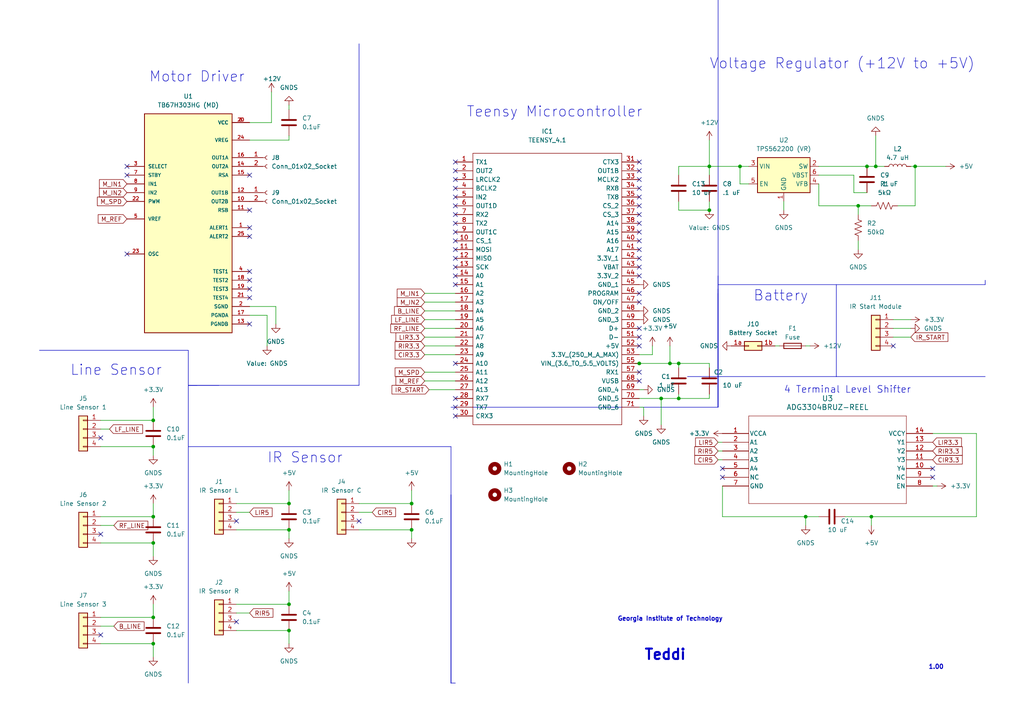
<source format=kicad_sch>
(kicad_sch (version 20230121) (generator eeschema)
  (paper "A4")
  (lib_symbols
    (symbol "Connector:Conn_01x02_Socket" (pin_names (offset 1.016) hide)
      (property "Reference" "J" (at 0 2.54 0))
      (property "Value" "Conn_01x02_Socket" (at 0 -5.08 0))
      (symbol "Conn_01x02_Socket_1_1"
        (arc (start 0 -2.032) (mid -0.5058 -2.54) (end 0 -3.048) (stroke (width 0.1524)))
        (polyline (pts (xy -1.27 -2.54) (xy -0.508 -2.54)) (stroke (width 0.1524)))
        (polyline (pts (xy -1.27 0) (xy -0.508 0)) (stroke (width 0.1524)))
        (arc (start 0 0.508) (mid -0.5058 0) (end 0 -0.508) (stroke (width 0.1524)))
        (pin passive line (at -5.08 0 0) (length 3.81) (name "Pin_1") (number "1"))
        (pin passive line (at -5.08 -2.54 0) (length 3.81) (name "Pin_2") (number "2"))
      )
    )
    (symbol "Connector_Generic:Conn_01x04" (pin_names (offset 1.016) hide)
      (property "Reference" "J" (at 0 5.08 0))
      (property "Value" "Conn_01x04" (at 0 -7.62 0))
      (symbol "Conn_01x04_1_1"
        (rectangle (start -1.27 -4.953) (end 0 -5.207) (stroke (width 0.1524)))
        (rectangle (start -1.27 -2.413) (end 0 -2.667) (stroke (width 0.1524)))
        (rectangle (start -1.27 0.127) (end 0 -0.127) (stroke (width 0.1524)))
        (rectangle (start -1.27 2.667) (end 0 2.413) (stroke (width 0.1524)))
        (rectangle (start -1.27 3.81) (end 1.27 -6.35) (stroke (width 0.254)) (fill (type background)))
        (pin passive line (at -5.08 2.54 0) (length 3.81) (name "Pin_1") (number "1"))
        (pin passive line (at -5.08 0 0) (length 3.81) (name "Pin_2") (number "2"))
        (pin passive line (at -5.08 -2.54 0) (length 3.81) (name "Pin_3") (number "3"))
        (pin passive line (at -5.08 -5.08 0) (length 3.81) (name "Pin_4") (number "4"))
      )
    )
    (symbol "Connector_Generic:Conn_02x01_Row_Letter_Last" (pin_names (offset 1.016) hide)
      (property "Reference" "J" (at 1.27 2.54 0))
      (property "Value" "Conn_02x01_Row_Letter_Last" (at 1.27 -2.54 0))
      (symbol "Conn_02x01_Row_Letter_Last_1_1"
        (rectangle (start -1.27 0.127) (end 0 -0.127) (stroke (width 0.1524)))
        (rectangle (start -1.27 1.27) (end 3.81 -1.27) (stroke (width 0.254)) (fill (type background)))
        (rectangle (start 3.81 0.127) (end 2.54 -0.127) (stroke (width 0.1524)))
        (pin passive line (at -5.08 0 0) (length 3.81) (name "Pin_1a") (number "1a"))
        (pin passive line (at 7.62 0 180) (length 3.81) (name "Pin_1b") (number "1b"))
      )
    )
    (symbol "Device:C" (pin_numbers hide) (pin_names (offset 0.254))
      (property "Reference" "C" (at 0.635 2.54 0))
      (property "Value" "C" (at 0.635 -2.54 0))
      (symbol "C_0_1"
        (polyline (pts (xy -2.032 -0.762) (xy 2.032 -0.762)) (stroke (width 0.508)))
        (polyline (pts (xy -2.032 0.762) (xy 2.032 0.762)) (stroke (width 0.508)))
      )
      (symbol "C_1_1"
        (pin passive line (at 0 3.81 270) (length 2.794) (name "~") (number "1"))
        (pin passive line (at 0 -3.81 90) (length 2.794) (name "~") (number "2"))
      )
    )
    (symbol "Device:Fuse" (pin_numbers hide) (pin_names (offset 0))
      (property "Reference" "F" (at 2.032 0 90))
      (property "Value" "Fuse" (at -1.905 0 90))
      (symbol "Fuse_0_1"
        (rectangle (start -0.762 -2.54) (end 0.762 2.54) (stroke (width 0.254)))
        (polyline (pts (xy 0 2.54) (xy 0 -2.54)))
      )
      (symbol "Fuse_1_1"
        (pin passive line (at 0 3.81 270) (length 1.27) (name "~") (number "1"))
        (pin passive line (at 0 -3.81 90) (length 1.27) (name "~") (number "2"))
      )
    )
    (symbol "Device:L" (pin_numbers hide) (pin_names (offset 1.016) hide)
      (property "Reference" "L" (at -1.27 0 90))
      (property "Value" "L" (at 1.905 0 90))
      (symbol "L_0_1"
        (arc (start 0 -2.54) (mid 0.6323 -1.905) (end 0 -1.27))
        (arc (start 0 -1.27) (mid 0.6323 -0.635) (end 0 0))
        (arc (start 0 0) (mid 0.6323 0.635) (end 0 1.27))
        (arc (start 0 1.27) (mid 0.6323 1.905) (end 0 2.54))
      )
      (symbol "L_1_1"
        (pin passive line (at 0 3.81 270) (length 1.27) (name "1") (number "1"))
        (pin passive line (at 0 -3.81 90) (length 1.27) (name "2") (number "2"))
      )
    )
    (symbol "Device:R_US" (pin_numbers hide) (pin_names (offset 0))
      (property "Reference" "R" (at 2.54 0 90))
      (property "Value" "R_US" (at -2.54 0 90))
      (symbol "R_US_0_1"
        (polyline (pts (xy 0 -2.286) (xy 0 -2.54)))
        (polyline (pts (xy 0 2.286) (xy 0 2.54)))
        (polyline (pts (xy 0 -0.762) (xy 1.016 -1.143) (xy 0 -1.524) (xy -1.016 -1.905) (xy 0 -2.286)))
        (polyline (pts (xy 0 0.762) (xy 1.016 0.381) (xy 0 0) (xy -1.016 -0.381) (xy 0 -0.762)))
        (polyline (pts (xy 0 2.286) (xy 1.016 1.905) (xy 0 1.524) (xy -1.016 1.143) (xy 0 0.762)))
      )
      (symbol "R_US_1_1"
        (pin passive line (at 0 3.81 270) (length 1.27) (name "~") (number "1"))
        (pin passive line (at 0 -3.81 90) (length 1.27) (name "~") (number "2"))
      )
    )
    (symbol "Mechanical:MountingHole" (pin_names (offset 1.016))
      (property "Reference" "H" (at 0 5.08 0))
      (property "Value" "MountingHole" (at 0 3.175 0))
      (symbol "MountingHole_0_1"
        (circle (center 0 0) (radius 1.27) (stroke (width 1.27)))
      )
    )
    (symbol "Regulator_Switching:TPS562200"
      (property "Reference" "U" (at -7.62 6.35 0))
      (property "Value" "TPS562200" (at -2.54 6.35 0))
      (symbol "TPS562200_0_1"
        (rectangle (start -7.62 5.08) (end 7.62 -5.08) (stroke (width 0.254)) (fill (type background)))
      )
      (symbol "TPS562200_1_1"
        (pin power_in line (at 0 -7.62 90) (length 2.54) (name "GND") (number "1"))
        (pin output line (at 10.16 2.54 180) (length 2.54) (name "SW") (number "2"))
        (pin power_in line (at -10.16 2.54 0) (length 2.54) (name "VIN") (number "3"))
        (pin input line (at 10.16 -2.54 180) (length 2.54) (name "VFB") (number "4"))
        (pin input line (at -10.16 -2.54 0) (length 2.54) (name "EN") (number "5"))
        (pin passive line (at 10.16 0 180) (length 2.54) (name "VBST") (number "6"))
      )
    )
    (symbol "Robojackets:ADG3304BRUZ-REEL" (pin_names (offset 0.254))
      (property "Reference" "U" (at 30.48 10.16 0))
      (property "Value" "ADG3304BRUZ-REEL" (at 30.48 7.62 0))
      (symbol "ADG3304BRUZ-REEL_0_1"
        (polyline (pts (xy 7.62 -20.32) (xy 53.34 -20.32)) (stroke (width 0.127)))
        (polyline (pts (xy 7.62 5.08) (xy 7.62 -20.32)) (stroke (width 0.127)))
        (polyline (pts (xy 53.34 -20.32) (xy 53.34 5.08)) (stroke (width 0.127)))
        (polyline (pts (xy 53.34 5.08) (xy 7.62 5.08)) (stroke (width 0.127)))
        (pin power_in line (at 0 0 0) (length 7.62) (name "VCCA") (number "1"))
        (pin unspecified line (at 60.96 -10.16 180) (length 7.62) (name "Y4") (number "10"))
        (pin unspecified line (at 60.96 -7.62 180) (length 7.62) (name "Y3") (number "11"))
        (pin unspecified line (at 60.96 -5.08 180) (length 7.62) (name "Y2") (number "12"))
        (pin unspecified line (at 60.96 -2.54 180) (length 7.62) (name "Y1") (number "13"))
        (pin power_in line (at 60.96 0 180) (length 7.62) (name "VCCY") (number "14"))
        (pin unspecified line (at 0 -2.54 0) (length 7.62) (name "A1") (number "2"))
        (pin unspecified line (at 0 -5.08 0) (length 7.62) (name "A2") (number "3"))
        (pin unspecified line (at 0 -7.62 0) (length 7.62) (name "A3") (number "4"))
        (pin unspecified line (at 0 -10.16 0) (length 7.62) (name "A4") (number "5"))
        (pin unspecified line (at 0 -12.7 0) (length 7.62) (name "NC") (number "6"))
        (pin unspecified line (at 0 -15.24 0) (length 7.62) (name "GND") (number "7"))
        (pin unspecified line (at 60.96 -15.24 180) (length 7.62) (name "EN") (number "8"))
        (pin unspecified line (at 60.96 -12.7 180) (length 7.62) (name "NC") (number "9"))
      )
    )
    (symbol "TB67H303HG:TB67H303HG" (pin_names (offset 1.016))
      (property "Reference" "U" (at -12.7 33.655 0))
      (property "Value" "TB67H303HG" (at -12.7 -33.02 0))
      (symbol "TB67H303HG_0_0"
        (rectangle (start -12.7 -30.48) (end 12.7 33.02) (stroke (width 0.254)) (fill (type background)))
        (pin output line (at 17.78 0 180) (length 5.08) (name "ALERT1") (number "1"))
        (pin output line (at 17.78 7.62 180) (length 5.08) (name "OUT2B") (number "10"))
        (pin output line (at 17.78 5.08 180) (length 5.08) (name "RSB") (number "11"))
        (pin output line (at 17.78 10.16 180) (length 5.08) (name "OUT1B") (number "12"))
        (pin power_in line (at 17.78 -27.94 180) (length 5.08) (name "PGNDB") (number "13"))
        (pin output line (at 17.78 17.78 180) (length 5.08) (name "OUT2A") (number "14"))
        (pin output line (at 17.78 15.24 180) (length 5.08) (name "RSA") (number "15"))
        (pin output line (at 17.78 20.32 180) (length 5.08) (name "OUT1A") (number "16"))
        (pin power_in line (at 17.78 -25.4 180) (length 5.08) (name "PGNDA") (number "17"))
        (pin power_in line (at 17.78 -15.24 180) (length 5.08) (name "TEST2") (number "18"))
        (pin power_in line (at 17.78 -17.78 180) (length 5.08) (name "TEST3") (number "19"))
        (pin power_in line (at 17.78 -22.86 180) (length 5.08) (name "SGND") (number "2"))
        (pin power_in line (at 17.78 30.48 180) (length 5.08) (name "VCC") (number "20"))
        (pin power_in line (at 17.78 -20.32 180) (length 5.08) (name "TEST4") (number "21"))
        (pin input line (at -17.78 7.62 0) (length 5.08) (name "PWM") (number "22"))
        (pin passive line (at -17.78 -7.62 0) (length 5.08) (name "OSC") (number "23"))
        (pin output line (at 17.78 25.4 180) (length 5.08) (name "VREG") (number "24"))
        (pin output line (at 17.78 -2.54 180) (length 5.08) (name "ALERT2") (number "25"))
        (pin input line (at -17.78 17.78 0) (length 5.08) (name "SELECT") (number "3"))
        (pin power_in line (at 17.78 -12.7 180) (length 5.08) (name "TEST1") (number "4"))
        (pin input line (at -17.78 2.54 0) (length 5.08) (name "VREF") (number "5"))
        (pin power_in line (at 17.78 30.48 180) (length 5.08) (name "VCC") (number "6"))
        (pin input line (at -17.78 15.24 0) (length 5.08) (name "STBY") (number "7"))
        (pin input line (at -17.78 12.7 0) (length 5.08) (name "IN1") (number "8"))
        (pin input line (at -17.78 10.16 0) (length 5.08) (name "IN2") (number "9"))
      )
    )
    (symbol "TEENSY_4.1:TEENSY_4.1" (pin_names (offset 0.762))
      (property "Reference" "IC" (at 49.53 7.62 0))
      (property "Value" "TEENSY_4.1" (at 49.53 5.08 0))
      (symbol "TEENSY_4.1_0_0"
        (pin passive line (at 0 0 0) (length 5.08) (name "TX1") (number "1"))
        (pin passive line (at 0 -22.86 0) (length 5.08) (name "CS_1") (number "10"))
        (pin passive line (at 0 -25.4 0) (length 5.08) (name "MOSI") (number "11"))
        (pin passive line (at 0 -27.94 0) (length 5.08) (name "MISO") (number "12"))
        (pin passive line (at 0 -30.48 0) (length 5.08) (name "SCK") (number "13"))
        (pin passive line (at 0 -33.02 0) (length 5.08) (name "A0") (number "14"))
        (pin passive line (at 0 -35.56 0) (length 5.08) (name "A1") (number "15"))
        (pin passive line (at 0 -38.1 0) (length 5.08) (name "A2") (number "16"))
        (pin passive line (at 0 -40.64 0) (length 5.08) (name "A3") (number "17"))
        (pin passive line (at 0 -43.18 0) (length 5.08) (name "A4") (number "18"))
        (pin passive line (at 0 -45.72 0) (length 5.08) (name "A5") (number "19"))
        (pin passive line (at 0 -2.54 0) (length 5.08) (name "OUT2") (number "2"))
        (pin passive line (at 0 -48.26 0) (length 5.08) (name "A6") (number "20"))
        (pin passive line (at 0 -50.8 0) (length 5.08) (name "A7") (number "21"))
        (pin passive line (at 0 -53.34 0) (length 5.08) (name "A8") (number "22"))
        (pin passive line (at 0 -55.88 0) (length 5.08) (name "A9") (number "23"))
        (pin passive line (at 0 -58.42 0) (length 5.08) (name "A10") (number "24"))
        (pin passive line (at 0 -60.96 0) (length 5.08) (name "A11") (number "25"))
        (pin passive line (at 0 -63.5 0) (length 5.08) (name "A12") (number "26"))
        (pin passive line (at 0 -66.04 0) (length 5.08) (name "A13") (number "27"))
        (pin passive line (at 0 -68.58 0) (length 5.08) (name "RX7") (number "28"))
        (pin passive line (at 0 -71.12 0) (length 5.08) (name "TX7") (number "29"))
        (pin passive line (at 0 -5.08 0) (length 5.08) (name "LRCLK2") (number "3"))
        (pin passive line (at 0 -73.66 0) (length 5.08) (name "CRX3") (number "30"))
        (pin passive line (at 53.34 0 180) (length 5.08) (name "CTX3") (number "31"))
        (pin passive line (at 53.34 -2.54 180) (length 5.08) (name "OUT1B") (number "32"))
        (pin passive line (at 53.34 -5.08 180) (length 5.08) (name "MCLK2") (number "33"))
        (pin passive line (at 53.34 -7.62 180) (length 5.08) (name "RX8") (number "34"))
        (pin passive line (at 53.34 -10.16 180) (length 5.08) (name "TX8") (number "35"))
        (pin passive line (at 53.34 -12.7 180) (length 5.08) (name "CS_2") (number "36"))
        (pin passive line (at 53.34 -15.24 180) (length 5.08) (name "CS_3") (number "37"))
        (pin passive line (at 53.34 -17.78 180) (length 5.08) (name "A14") (number "38"))
        (pin passive line (at 53.34 -20.32 180) (length 5.08) (name "A15") (number "39"))
        (pin passive line (at 0 -7.62 0) (length 5.08) (name "BCLK2") (number "4"))
        (pin passive line (at 53.34 -22.86 180) (length 5.08) (name "A16") (number "40"))
        (pin passive line (at 53.34 -25.4 180) (length 5.08) (name "A17") (number "41"))
        (pin passive line (at 53.34 -27.94 180) (length 5.08) (name "3.3V_1") (number "42"))
        (pin passive line (at 53.34 -30.48 180) (length 5.08) (name "VBAT") (number "43"))
        (pin passive line (at 53.34 -33.02 180) (length 5.08) (name "3.3V_2") (number "44"))
        (pin passive line (at 53.34 -35.56 180) (length 5.08) (name "GND_1") (number "45"))
        (pin passive line (at 53.34 -38.1 180) (length 5.08) (name "PROGRAM") (number "46"))
        (pin passive line (at 53.34 -40.64 180) (length 5.08) (name "ON/OFF") (number "47"))
        (pin passive line (at 53.34 -43.18 180) (length 5.08) (name "GND_2") (number "48"))
        (pin passive line (at 53.34 -45.72 180) (length 5.08) (name "GND_3") (number "49"))
        (pin passive line (at 0 -10.16 0) (length 5.08) (name "IN2") (number "5"))
        (pin passive line (at 53.34 -48.26 180) (length 5.08) (name "D+") (number "50"))
        (pin passive line (at 53.34 -50.8 180) (length 5.08) (name "D-") (number "51"))
        (pin passive line (at 53.34 -53.34 180) (length 5.08) (name "+5V") (number "52"))
        (pin passive line (at 53.34 -55.88 180) (length 5.08) (name "3.3V_(250_M_A_MAX)") (number "53"))
        (pin passive line (at 53.34 -58.42 180) (length 5.08) (name "VIN_(3.6_TO_5.5_VOLTS)") (number "55"))
        (pin passive line (at 53.34 -60.96 180) (length 5.08) (name "RX1") (number "57"))
        (pin passive line (at 0 -12.7 0) (length 5.08) (name "OUT1D") (number "6"))
        (pin passive line (at 53.34 -63.5 180) (length 5.08) (name "VUSB") (number "68"))
        (pin passive line (at 53.34 -66.04 180) (length 5.08) (name "GND_4") (number "69"))
        (pin passive line (at 0 -15.24 0) (length 5.08) (name "RX2") (number "7"))
        (pin passive line (at 53.34 -68.58 180) (length 5.08) (name "GND_5") (number "70"))
        (pin passive line (at 53.34 -71.12 180) (length 5.08) (name "GND_6") (number "71"))
        (pin passive line (at 0 -17.78 0) (length 5.08) (name "TX2") (number "8"))
        (pin passive line (at 0 -20.32 0) (length 5.08) (name "OUT1C") (number "9"))
      )
      (symbol "TEENSY_4.1_0_1"
        (polyline (pts (xy 5.08 2.54) (xy 48.26 2.54) (xy 48.26 -76.2) (xy 5.08 -76.2) (xy 5.08 2.54)) (stroke (width 0.1524)))
      )
    )
    (symbol "power:+12V" (power) (pin_names (offset 0))
      (property "Value" "+12V" (at 0 3.556 0))
      (symbol "+12V_0_1"
        (polyline (pts (xy -0.762 1.27) (xy 0 2.54)))
        (polyline (pts (xy 0 0) (xy 0 2.54)))
        (polyline (pts (xy 0 2.54) (xy 0.762 1.27)))
      )
      (symbol "+12V_1_1"
        (pin power_in line (at 0 0 90) (length 0) hide (name "+12V") (number "1"))
      )
    )
    (symbol "power:+3.3V" (power) (pin_names (offset 0))
      (property "Value" "+3.3V" (at 0 3.556 0))
      (symbol "+3.3V_0_1"
        (polyline (pts (xy -0.762 1.27) (xy 0 2.54)))
        (polyline (pts (xy 0 0) (xy 0 2.54)))
        (polyline (pts (xy 0 2.54) (xy 0.762 1.27)))
      )
      (symbol "+3.3V_1_1"
        (pin power_in line (at 0 0 90) (length 0) hide (name "+3.3V") (number "1"))
      )
    )
    (symbol "power:+5V" (power) (pin_names (offset 0))
      (property "Value" "+5V" (at 0 3.556 0))
      (symbol "+5V_0_1"
        (polyline (pts (xy -0.762 1.27) (xy 0 2.54)))
        (polyline (pts (xy 0 0) (xy 0 2.54)))
        (polyline (pts (xy 0 2.54) (xy 0.762 1.27)))
      )
      (symbol "+5V_1_1"
        (pin power_in line (at 0 0 90) (length 0) hide (name "+5V") (number "1"))
      )
    )
    (symbol "power:GNDS" (power) (pin_names (offset 0))
      (property "Value" "GNDS" (at 0 -3.81 0))
      (symbol "GNDS_0_1"
        (polyline (pts (xy 0 0) (xy 0 -1.27) (xy 1.27 -1.27) (xy 0 -2.54) (xy -1.27 -1.27) (xy 0 -1.27)))
      )
      (symbol "GNDS_1_1"
        (pin power_in line (at 0 0 270) (length 0) hide (name "GNDS") (number "1"))
      )
    )
  )
  (junction (at 44.45 179.07))
  (junction (at 83.82 175.26))
  (junction (at 83.82 182.88))
  (junction (at 252.73 149.86))
  (junction (at 194.31 105.41))
  (junction (at 214.63 48.26))
  (junction (at 205.74 48.26))
  (junction (at 83.82 153.67))
  (junction (at 196.85 115.57))
  (junction (at 233.68 149.86))
  (junction (at 44.45 149.86))
  (junction (at 265.43 48.26))
  (junction (at 119.38 146.05))
  (junction (at 44.45 129.54))
  (junction (at 191.77 115.57))
  (junction (at 44.45 121.92))
  (junction (at 251.46 48.26))
  (junction (at 44.45 186.69))
  (junction (at 248.92 59.69))
  (junction (at 119.38 153.67))
  (junction (at 254 48.26))
  (junction (at 44.45 157.48))
  (junction (at 196.85 105.41))
  (junction (at 205.74 60.96))
  (junction (at 185.42 105.41))
  (junction (at 83.82 146.05))
  (no_connect (at 132.08 69.85))
  (no_connect (at 132.08 59.69))
  (no_connect (at 185.42 80.01))
  (no_connect (at 185.42 97.79))
  (no_connect (at 132.08 49.53))
  (no_connect (at 132.08 82.55))
  (no_connect (at 270.51 135.89))
  (no_connect (at 270.51 138.43))
  (no_connect (at 132.08 52.07))
  (no_connect (at 68.58 151.13))
  (no_connect (at 185.42 46.99))
  (no_connect (at 185.42 64.77))
  (no_connect (at 29.21 154.94))
  (no_connect (at 72.39 60.96))
  (no_connect (at 36.83 73.66))
  (no_connect (at 185.42 72.39))
  (no_connect (at 185.42 59.69))
  (no_connect (at 259.08 100.33))
  (no_connect (at 72.39 83.82))
  (no_connect (at 132.08 105.41))
  (no_connect (at 68.58 180.34))
  (no_connect (at 132.08 57.15))
  (no_connect (at 72.39 66.04))
  (no_connect (at 72.39 81.28))
  (no_connect (at 36.83 50.8))
  (no_connect (at 36.83 48.26))
  (no_connect (at 185.42 74.93))
  (no_connect (at 132.08 80.01))
  (no_connect (at 72.39 86.36))
  (no_connect (at 72.39 68.58))
  (no_connect (at 185.42 107.95))
  (no_connect (at 209.55 135.89))
  (no_connect (at 132.08 54.61))
  (no_connect (at 132.08 72.39))
  (no_connect (at 72.39 78.74))
  (no_connect (at 72.39 50.8))
  (no_connect (at 185.42 57.15))
  (no_connect (at 132.08 77.47))
  (no_connect (at 185.42 110.49))
  (no_connect (at 132.08 62.23))
  (no_connect (at 132.08 74.93))
  (no_connect (at 209.55 138.43))
  (no_connect (at 185.42 77.47))
  (no_connect (at 132.08 118.11))
  (no_connect (at 72.39 93.98))
  (no_connect (at 185.42 54.61))
  (no_connect (at 185.42 62.23))
  (no_connect (at 132.08 67.31))
  (no_connect (at 185.42 52.07))
  (no_connect (at 29.21 184.15))
  (no_connect (at 29.21 127))
  (no_connect (at 185.42 95.25))
  (no_connect (at 132.08 120.65))
  (no_connect (at 185.42 67.31))
  (no_connect (at 185.42 85.09))
  (no_connect (at 104.14 151.13))
  (no_connect (at 185.42 87.63))
  (no_connect (at 132.08 115.57))
  (no_connect (at 132.08 64.77))
  (no_connect (at 132.08 46.99))
  (no_connect (at 185.42 100.33))
  (no_connect (at 185.42 69.85))
  (no_connect (at 185.42 49.53))
  (wire (pts (xy 185.42 105.41) (xy 194.31 105.41)))
  (wire (pts (xy 226.06 100.33) (xy 224.79 100.33)))
  (wire (pts (xy 252.73 149.86) (xy 283.21 149.86)))
  (wire (pts (xy 104.14 148.59) (xy 107.95 148.59)))
  (wire (pts (xy 254 39.37) (xy 254 48.26)))
  (wire (pts (xy 248.92 59.69) (xy 252.73 59.69)))
  (wire (pts (xy 78.74 26.67) (xy 78.74 35.56)))
  (polyline (pts (xy 54.61 111.76) (xy 63.5 111.76)))
  (wire (pts (xy 251.46 48.26) (xy 254 48.26)))
  (wire (pts (xy 68.58 177.8) (xy 72.39 177.8)))
  (wire (pts (xy 123.19 90.17) (xy 132.08 90.17)))
  (wire (pts (xy 119.38 142.24) (xy 119.38 146.05)))
  (polyline (pts (xy 54.61 129.54) (xy 54.61 101.6)))
  (wire (pts (xy 80.01 88.9) (xy 80.01 93.98)))
  (wire (pts (xy 68.58 175.26) (xy 83.82 175.26)))
  (wire (pts (xy 254 48.26) (xy 256.54 48.26)))
  (wire (pts (xy 123.19 85.09) (xy 132.08 85.09)))
  (wire (pts (xy 259.08 92.71) (xy 264.16 92.71)))
  (polyline (pts (xy 208.28 -8.89) (xy 208.28 118.11)))
  (wire (pts (xy 44.45 129.54) (xy 44.45 132.08)))
  (polyline (pts (xy 285.75 81.28) (xy 285.75 82.55)))
  (wire (pts (xy 83.82 171.45) (xy 83.82 175.26)))
  (wire (pts (xy 123.19 97.79) (xy 132.08 97.79)))
  (wire (pts (xy 205.74 105.41) (xy 205.74 106.68)))
  (wire (pts (xy 189.23 100.33) (xy 189.23 102.87)))
  (wire (pts (xy 214.63 48.26) (xy 217.17 48.26)))
  (wire (pts (xy 259.08 97.79) (xy 264.16 97.79)))
  (wire (pts (xy 29.21 181.61) (xy 33.02 181.61)))
  (wire (pts (xy 194.31 100.33) (xy 194.31 105.41)))
  (wire (pts (xy 72.39 40.64) (xy 83.82 40.64)))
  (wire (pts (xy 29.21 129.54) (xy 44.45 129.54)))
  (wire (pts (xy 227.33 58.42) (xy 227.33 60.96)))
  (wire (pts (xy 123.19 102.87) (xy 132.08 102.87)))
  (wire (pts (xy 217.17 53.34) (xy 214.63 53.34)))
  (wire (pts (xy 72.39 88.9) (xy 80.01 88.9)))
  (wire (pts (xy 205.74 58.42) (xy 205.74 60.96)))
  (wire (pts (xy 265.43 48.26) (xy 265.43 59.69)))
  (wire (pts (xy 185.42 115.57) (xy 191.77 115.57)))
  (wire (pts (xy 196.85 60.96) (xy 196.85 58.42)))
  (wire (pts (xy 83.82 153.67) (xy 83.82 156.21)))
  (wire (pts (xy 196.85 105.41) (xy 196.85 106.68)))
  (polyline (pts (xy 54.61 198.12) (xy 54.61 129.54)))
  (wire (pts (xy 237.49 149.86) (xy 233.68 149.86)))
  (wire (pts (xy 205.74 40.64) (xy 205.74 48.26)))
  (wire (pts (xy 29.21 124.46) (xy 31.75 124.46)))
  (wire (pts (xy 196.85 105.41) (xy 205.74 105.41)))
  (wire (pts (xy 248.92 69.85) (xy 248.92 72.39)))
  (wire (pts (xy 68.58 148.59) (xy 72.39 148.59)))
  (wire (pts (xy 123.19 95.25) (xy 132.08 95.25)))
  (wire (pts (xy 29.21 121.92) (xy 44.45 121.92)))
  (wire (pts (xy 247.65 55.88) (xy 251.46 55.88)))
  (wire (pts (xy 68.58 153.67) (xy 83.82 153.67)))
  (wire (pts (xy 186.69 120.65) (xy 186.69 118.11)))
  (wire (pts (xy 252.73 149.86) (xy 252.73 152.4)))
  (wire (pts (xy 283.21 125.73) (xy 283.21 149.86)))
  (polyline (pts (xy 130.81 143.51) (xy 130.81 198.12)))
  (wire (pts (xy 29.21 157.48) (xy 44.45 157.48)))
  (wire (pts (xy 237.49 53.34) (xy 237.49 59.69)))
  (wire (pts (xy 208.28 130.81) (xy 209.55 130.81)))
  (wire (pts (xy 83.82 142.24) (xy 83.82 146.05)))
  (wire (pts (xy 205.74 48.26) (xy 205.74 50.8)))
  (wire (pts (xy 123.19 87.63) (xy 132.08 87.63)))
  (wire (pts (xy 44.45 146.05) (xy 44.45 149.86)))
  (polyline (pts (xy 54.61 111.76) (xy 57.15 111.76)))
  (wire (pts (xy 209.55 149.86) (xy 209.55 140.97)))
  (wire (pts (xy 196.85 48.26) (xy 196.85 50.8)))
  (wire (pts (xy 237.49 48.26) (xy 251.46 48.26)))
  (wire (pts (xy 233.68 149.86) (xy 209.55 149.86)))
  (wire (pts (xy 248.92 59.69) (xy 248.92 62.23)))
  (wire (pts (xy 68.58 182.88) (xy 83.82 182.88)))
  (wire (pts (xy 205.74 48.26) (xy 214.63 48.26)))
  (polyline (pts (xy 199.39 109.22) (xy 242.57 109.22)))
  (wire (pts (xy 124.46 113.03) (xy 132.08 113.03)))
  (polyline (pts (xy 242.57 109.22) (xy 285.75 109.22)))
  (wire (pts (xy 72.39 35.56) (xy 78.74 35.56)))
  (wire (pts (xy 29.21 149.86) (xy 44.45 149.86)))
  (wire (pts (xy 264.16 48.26) (xy 265.43 48.26)))
  (wire (pts (xy 214.63 53.34) (xy 214.63 48.26)))
  (wire (pts (xy 184.15 107.95) (xy 185.42 107.95)))
  (polyline (pts (xy 130.81 129.54) (xy 130.81 198.12)))
  (wire (pts (xy 196.85 114.3) (xy 196.85 115.57)))
  (wire (pts (xy 270.51 125.73) (xy 283.21 125.73)))
  (polyline (pts (xy 130.81 118.11) (xy 208.28 118.11)))
  (wire (pts (xy 68.58 146.05) (xy 83.82 146.05)))
  (wire (pts (xy 186.69 118.11) (xy 185.42 118.11)))
  (polyline (pts (xy 208.28 85.09) (xy 208.28 118.11)))
  (wire (pts (xy 29.21 186.69) (xy 44.45 186.69)))
  (wire (pts (xy 270.51 140.97) (xy 271.78 140.97)))
  (wire (pts (xy 44.45 175.26) (xy 44.45 179.07)))
  (polyline (pts (xy 208.28 83.82) (xy 208.28 118.11)))
  (wire (pts (xy 119.38 153.67) (xy 119.38 156.21)))
  (wire (pts (xy 245.11 149.86) (xy 252.73 149.86)))
  (wire (pts (xy 72.39 91.44) (xy 77.47 91.44)))
  (wire (pts (xy 104.14 146.05) (xy 119.38 146.05)))
  (wire (pts (xy 29.21 179.07) (xy 44.45 179.07)))
  (wire (pts (xy 191.77 115.57) (xy 196.85 115.57)))
  (polyline (pts (xy 242.57 82.55) (xy 242.57 109.22)))
  (wire (pts (xy 237.49 50.8) (xy 247.65 50.8)))
  (wire (pts (xy 191.77 115.57) (xy 191.77 123.19)))
  (wire (pts (xy 194.31 105.41) (xy 196.85 105.41)))
  (wire (pts (xy 83.82 182.88) (xy 83.82 186.69)))
  (wire (pts (xy 265.43 48.26) (xy 274.32 48.26)))
  (wire (pts (xy 123.19 107.95) (xy 132.08 107.95)))
  (wire (pts (xy 205.74 60.96) (xy 196.85 60.96)))
  (wire (pts (xy 44.45 118.11) (xy 44.45 121.92)))
  (wire (pts (xy 123.19 92.71) (xy 132.08 92.71)))
  (wire (pts (xy 234.95 100.33) (xy 233.68 100.33)))
  (wire (pts (xy 123.19 100.33) (xy 132.08 100.33)))
  (wire (pts (xy 259.08 95.25) (xy 264.16 95.25)))
  (wire (pts (xy 184.15 105.41) (xy 185.42 105.41)))
  (polyline (pts (xy 11.43 101.6) (xy 54.61 101.6)))
  (wire (pts (xy 247.65 50.8) (xy 247.65 55.88)))
  (polyline (pts (xy 104.14 12.7) (xy 104.14 111.76)))
  (wire (pts (xy 83.82 39.37) (xy 83.82 40.64)))
  (wire (pts (xy 233.68 149.86) (xy 233.68 152.4)))
  (wire (pts (xy 196.85 115.57) (xy 205.74 115.57)))
  (wire (pts (xy 44.45 186.69) (xy 44.45 190.5)))
  (wire (pts (xy 77.47 91.44) (xy 77.47 100.33)))
  (polyline (pts (xy 130.81 198.12) (xy 132.08 198.12)))
  (polyline (pts (xy 208.28 80.01) (xy 208.28 118.11)))
  (wire (pts (xy 208.28 128.27) (xy 209.55 128.27)))
  (wire (pts (xy 205.74 48.26) (xy 196.85 48.26)))
  (wire (pts (xy 29.21 152.4) (xy 33.02 152.4)))
  (wire (pts (xy 123.19 110.49) (xy 132.08 110.49)))
  (polyline (pts (xy 54.61 129.54) (xy 130.81 129.54)))
  (wire (pts (xy 208.28 133.35) (xy 209.55 133.35)))
  (wire (pts (xy 185.42 102.87) (xy 189.23 102.87)))
  (polyline (pts (xy 208.28 82.55) (xy 285.75 82.55)))
  (wire (pts (xy 83.82 30.48) (xy 83.82 31.75)))
  (polyline (pts (xy 54.61 111.76) (xy 104.14 111.76)))
  (wire (pts (xy 237.49 59.69) (xy 248.92 59.69)))
  (wire (pts (xy 104.14 153.67) (xy 119.38 153.67)))
  (wire (pts (xy 186.69 113.03) (xy 185.42 113.03)))
  (wire (pts (xy 205.74 115.57) (xy 205.74 114.3)))
  (wire (pts (xy 260.35 59.69) (xy 265.43 59.69)))
  (wire (pts (xy 44.45 157.48) (xy 44.45 161.29)))
  (text "Teensy Microcontroller" (at 135.255 34.29 0) (effects (font (size 3 3)) (justify left bottom)))
  (text "Motor Driver\n" (at 43.18 24.13 0) (effects (font (size 3 3)) (justify left bottom)))
  (text "Line Sensor\n" (at 20.32 109.22 0) (effects (font (size 3 3)) (justify left bottom)))
  (text "4 Terminal Level Shifter" (at 227.33 114.3 0) (effects (font (size 2 2)) (justify left bottom)))
  (text "1.00\n" (at 269.24 194.31 0) (effects (font (size 1.27 1.27) bold) (justify left bottom)))
  (text "Battery" (at 218.44 87.63 0) (effects (font (size 3 3)) (justify left bottom)))
  (text "Georgia Institute of Technology" (at 179.07 180.34 0) (effects (font (size 1.27 1.27) (thickness 0.254) bold) (justify left bottom)))
  (text "Teddi" (at 186.69 191.77 0) (effects (font (size 3 3) (thickness 0.6) bold) (justify left bottom)))
  (text "IR Sensor" (at 77.47 134.62 0) (effects (font (size 3 3)) (justify left bottom)))
  (text "Voltage Regulator (+12V to +5V)" (at 205.74 20.32 0) (effects (font (size 3 3)) (justify left bottom)))
  (global_label "B_LINE" (shape input) (at 123.19 90.17 180) (property "Intersheetrefs" "${INTERSHEET_REFS}" (effects hide)))
  (global_label "M_REF" (shape input) (at 36.83 63.5 180) (property "Intersheetrefs" "${INTERSHEET_REFS}" (effects hide)))
  (global_label "M_SPD" (shape input) (at 123.19 107.95 180) (property "Intersheetrefs" "${INTERSHEET_REFS}" (effects hide)))
  (global_label "LIR5" (shape input) (at 208.28 128.27 180) (property "Intersheetrefs" "${INTERSHEET_REFS}" (effects hide)))
  (global_label "CIR5" (shape input) (at 208.28 133.35 180) (property "Intersheetrefs" "${INTERSHEET_REFS}" (effects hide)))
  (global_label "CIR3.3" (shape input) (at 270.51 133.35 0) (property "Intersheetrefs" "${INTERSHEET_REFS}" (effects hide)))
  (global_label "IR_START" (shape input) (at 124.46 113.03 180) (property "Intersheetrefs" "${INTERSHEET_REFS}" (effects hide)))
  (global_label "RF_LINE" (shape input) (at 123.19 95.25 180) (property "Intersheetrefs" "${INTERSHEET_REFS}" (effects hide)))
  (global_label "M_REF" (shape input) (at 123.19 110.49 180) (property "Intersheetrefs" "${INTERSHEET_REFS}" (effects hide)))
  (global_label "CIR5" (shape input) (at 107.95 148.59 0) (property "Intersheetrefs" "${INTERSHEET_REFS}" (effects hide)))
  (global_label "LIR3.3" (shape input) (at 123.19 97.79 180) (property "Intersheetrefs" "${INTERSHEET_REFS}" (effects hide)))
  (global_label "M_IN1" (shape input) (at 123.19 85.09 180) (property "Intersheetrefs" "${INTERSHEET_REFS}" (effects hide)))
  (global_label "LF_LINE" (shape input) (at 31.75 124.46 0) (property "Intersheetrefs" "${INTERSHEET_REFS}" (effects hide)))
  (global_label "CIR3.3" (shape input) (at 123.19 102.87 180) (property "Intersheetrefs" "${INTERSHEET_REFS}" (effects hide)))
  (global_label "RIR3.3" (shape input) (at 123.19 100.33 180) (property "Intersheetrefs" "${INTERSHEET_REFS}" (effects hide)))
  (global_label "LIR3.3" (shape input) (at 270.51 128.27 0) (property "Intersheetrefs" "${INTERSHEET_REFS}" (effects hide)))
  (global_label "LIR5" (shape input) (at 72.39 148.59 0) (property "Intersheetrefs" "${INTERSHEET_REFS}" (effects hide)))
  (global_label "RIR5" (shape input) (at 72.39 177.8 0) (property "Intersheetrefs" "${INTERSHEET_REFS}" (effects hide)))
  (global_label "M_IN2" (shape input) (at 36.83 55.88 180) (property "Intersheetrefs" "${INTERSHEET_REFS}" (effects hide)))
  (global_label "IR_START" (shape input) (at 264.16 97.79 0) (property "Intersheetrefs" "${INTERSHEET_REFS}" (effects hide)))
  (global_label "B_LINE" (shape input) (at 33.02 181.61 0) (property "Intersheetrefs" "${INTERSHEET_REFS}" (effects hide)))
  (global_label "RF_LINE" (shape input) (at 33.02 152.4 0) (property "Intersheetrefs" "${INTERSHEET_REFS}" (effects hide)))
  (global_label "LF_LINE" (shape input) (at 123.19 92.71 180) (property "Intersheetrefs" "${INTERSHEET_REFS}" (effects hide)))
  (global_label "RIR3.3" (shape input) (at 270.51 130.81 0) (property "Intersheetrefs" "${INTERSHEET_REFS}" (effects hide)))
  (global_label "M_IN2" (shape input) (at 123.19 87.63 180) (property "Intersheetrefs" "${INTERSHEET_REFS}" (effects hide)))
  (global_label "M_SPD" (shape input) (at 36.83 58.42 180) (property "Intersheetrefs" "${INTERSHEET_REFS}" (effects hide)))
  (global_label "RIR5" (shape input) (at 208.28 130.81 180) (property "Intersheetrefs" "${INTERSHEET_REFS}" (effects hide)))
  (global_label "M_IN1" (shape input) (at 36.83 53.34 180) (property "Intersheetrefs" "${INTERSHEET_REFS}" (effects hide)))
  (symbol (lib_id "Device:C") (at 205.74 54.61 0) (unit 1)
    (property "Reference" "C8" (at 209.55 53.34 0) (effects (justify left)))
    (property "Value" ".1 uF" (at 209.55 55.88 0) (effects (justify left)))
    (property "Footprint" "Capacitor_SMD:C_0201_0603Metric" (effects hide))
  )
  (symbol (lib_id "Device:R_US") (at 256.54 59.69 90) (unit 1)
    (property "Reference" "R1" (at 256.54 53.34 90))
    (property "Value" "5kΩ" (at 256.54 55.88 90))
    (property "Footprint" "RoboJackets:RESC1608X50N" (effects hide))
  )
  (symbol (lib_id "power:GNDS") (at 185.42 90.17 90) (unit 1)
    (property "Reference" "#PWR035" (effects hide))
    (property "Value" "GNDS" (at 189.23 90.17 90) (effects (justify right)))
  )
  (symbol (lib_id "Device:C") (at 44.45 125.73 0) (unit 1)
    (property "Reference" "C10" (at 48.26 124.46 0) (effects (justify left)))
    (property "Value" "0.1uF" (at 48.26 127 0) (effects (justify left)))
    (property "Footprint" "Capacitor_SMD:C_0201_0603Metric" (effects hide))
  )
  (symbol (lib_id "Device:C") (at 205.74 110.49 0) (unit 1)
    (property "Reference" "C2" (at 207.01 107.95 0) (effects (justify left)))
    (property "Value" "10 uF" (at 209.55 111.76 0) (effects (justify left)))
    (property "Footprint" "Capacitor_SMD:C_0201_0603Metric" (effects hide))
  )
  (symbol (lib_id "power:+5V") (at 274.32 48.26 270) (mirror x) (unit 1)
    (property "Reference" "#PWR020" (effects hide))
    (property "Value" "+5V" (at 278.13 48.26 90) (effects (justify left)))
  )
  (symbol (lib_id "power:GNDS") (at 185.42 92.71 90) (unit 1)
    (property "Reference" "#PWR034" (effects hide))
    (property "Value" "GNDS" (at 189.23 92.71 90) (effects (justify right)))
  )
  (symbol (lib_id "Connector_Generic:Conn_02x01_Row_Letter_Last") (at 217.17 100.33 0) (unit 1)
    (property "Reference" "J10" (at 218.44 93.98 0))
    (property "Value" "Battery Socket" (at 218.44 96.52 0))
    (property "Footprint" "Connector_PinSocket_1.00mm:PinSocket_1x02_P1.00mm_Vertical_SMD_Pin1Left" (effects hide))
  )
  (symbol (lib_id "Device:C") (at 44.45 182.88 0) (unit 1)
    (property "Reference" "C12" (at 48.26 181.61 0) (effects (justify left)))
    (property "Value" "0.1uF" (at 48.26 184.15 0) (effects (justify left)))
    (property "Footprint" "Capacitor_SMD:C_0201_0603Metric" (effects hide))
  )
  (symbol (lib_id "Device:C") (at 196.85 110.49 0) (unit 1)
    (property "Reference" "C1" (at 191.77 109.22 0) (effects (justify left)))
    (property "Value" ".1 uF" (at 190.5 111.76 0) (effects (justify left)))
    (property "Footprint" "Capacitor_SMD:C_0201_0603Metric" (effects hide))
  )
  (symbol (lib_id "power:+12V") (at 78.74 26.67 0) (unit 1)
    (property "Reference" "#PWR024" (effects hide))
    (property "Value" "+12V" (at 76.2 22.86 0) (effects (justify left)))
  )
  (symbol (lib_id "Device:C") (at 83.82 179.07 0) (unit 1)
    (property "Reference" "C4" (at 87.63 177.8 0) (effects (justify left)))
    (property "Value" "0.1uF" (at 87.63 180.34 0) (effects (justify left)))
    (property "Footprint" "Capacitor_SMD:C_0201_0603Metric" (effects hide))
  )
  (symbol (lib_id "Mechanical:MountingHole") (at 143.51 143.51 0) (unit 1)
    (property "Reference" "H3" (at 146.05 142.24 0) (effects (justify left)))
    (property "Value" "MountingHole" (at 146.05 144.78 0) (effects (justify left)))
    (property "Footprint" "MountingHole:MountingHole_2.1mm" (effects hide))
  )
  (symbol (lib_id "Device:C") (at 241.3 149.86 270) (unit 1)
    (property "Reference" "C14" (at 243.84 151.13 90) (effects (justify left)))
    (property "Value" "10 uF" (at 240.03 153.67 90) (effects (justify left)))
    (property "Footprint" "Capacitor_SMD:C_0201_0603Metric" (effects hide))
  )
  (symbol (lib_id "Connector_Generic:Conn_01x04") (at 99.06 148.59 0) (mirror y) (unit 1)
    (property "Reference" "J4" (at 99.06 139.7 0))
    (property "Value" "IR Sensor C" (at 99.06 142.24 0))
    (property "Footprint" "RoboJackets:JST_B4B-XH-A_LF__SN_" (effects hide))
  )
  (symbol (lib_id "power:+3.3V") (at 271.78 140.97 270) (unit 1)
    (property "Reference" "#PWR041" (effects hide))
    (property "Value" "+3.3V" (at 275.59 140.97 90) (effects (justify left)))
  )
  (symbol (lib_id "Device:C") (at 119.38 149.86 0) (unit 1)
    (property "Reference" "C6" (at 123.19 148.59 0) (effects (justify left)))
    (property "Value" "0.1uF" (at 123.19 151.13 0) (effects (justify left)))
    (property "Footprint" "Capacitor_SMD:C_0201_0603Metric" (effects hide))
  )
  (symbol (lib_id "power:GNDS") (at 185.42 82.55 90) (unit 1)
    (property "Reference" "#PWR036" (effects hide))
    (property "Value" "GNDS" (at 189.23 82.55 90) (effects (justify right)))
  )
  (symbol (lib_id "Device:C") (at 251.46 52.07 0) (unit 1)
    (property "Reference" "C9" (at 255.27 50.8 0) (effects (justify left)))
    (property "Value" ".1 uF" (at 255.27 53.34 0) (effects (justify left)))
    (property "Footprint" "Capacitor_SMD:C_0201_0603Metric" (effects hide))
  )
  (symbol (lib_id "power:GNDS") (at 254 39.37 180) (unit 1)
    (property "Reference" "#PWR013" (effects hide))
    (property "Value" "GNDS" (at 254 34.29 0))
  )
  (symbol (lib_id "Device:C") (at 83.82 149.86 0) (unit 1)
    (property "Reference" "C3" (at 87.63 148.59 0) (effects (justify left)))
    (property "Value" "0.1uF" (at 87.63 151.13 0) (effects (justify left)))
    (property "Footprint" "Capacitor_SMD:C_0201_0603Metric" (effects hide))
  )
  (symbol (lib_id "power:GNDS") (at 83.82 156.21 0) (unit 1)
    (property "Reference" "#PWR012" (effects hide))
    (property "Value" "GNDS" (at 83.82 161.29 0))
  )
  (symbol (lib_id "Connector_Generic:Conn_01x04") (at 24.13 181.61 0) (mirror y) (unit 1)
    (property "Reference" "J7" (at 24.13 172.72 0))
    (property "Value" "Line Sensor 3" (at 24.13 175.26 0))
    (property "Footprint" "RoboJackets:JST_B4B-XH-A_LF__SN_" (effects hide))
  )
  (symbol (lib_id "power:GNDS") (at 264.16 95.25 90) (unit 1)
    (property "Reference" "#PWR031" (effects hide))
    (property "Value" "GNDS" (at 267.97 95.25 90) (effects (justify right)))
  )
  (symbol (lib_id "Device:C") (at 196.85 54.61 0) (unit 1)
    (property "Reference" "C13" (at 200.66 53.34 0) (effects (justify left)))
    (property "Value" "10 uF" (at 200.66 55.88 0) (effects (justify left)))
    (property "Footprint" "Capacitor_SMD:C_0201_0603Metric" (effects hide))
  )
  (symbol (lib_id "power:GNDS") (at 44.45 132.08 0) (unit 1)
    (property "Reference" "#PWR015" (effects hide))
    (property "Value" "GNDS" (at 44.45 137.16 0))
  )
  (symbol (lib_id "power:+3.3V") (at 209.55 125.73 90) (unit 1)
    (property "Reference" "#PWR038" (effects hide))
    (property "Value" "+3.3V" (at 205.74 125.73 90) (effects (justify left)))
  )
  (symbol (lib_id "power:GNDS") (at 44.45 190.5 0) (unit 1)
    (property "Reference" "#PWR033" (effects hide))
    (property "Value" "GNDS" (at 44.45 195.58 0))
  )
  (symbol (lib_id "power:GNDS") (at 83.82 186.69 0) (unit 1)
    (property "Reference" "#PWR011" (effects hide))
    (property "Value" "GNDS" (at 83.82 191.77 0))
  )
  (symbol (lib_id "power:GNDS") (at 80.01 93.98 0) (unit 1)
    (property "Reference" "#PWR022" (effects hide))
    (property "Value" "GNDS" (at 80.01 99.06 0))
  )
  (symbol (lib_id "power:+5V") (at 119.38 142.24 0) (mirror y) (unit 1)
    (property "Reference" "#PWR07" (effects hide))
    (property "Value" "+5V" (at 119.38 137.16 0))
  )
  (symbol (lib_id "power:GNDS") (at 186.69 120.65 0) (unit 1)
    (property "Reference" "#PWR021" (effects hide))
    (property "Value" "GNDS" (at 186.69 125.73 0))
  )
  (symbol (lib_id "power:GNDS") (at 205.74 60.96 0) (unit 1)
    (property "Reference" "#PWR03" (effects hide))
    (property "Value" "GNDS" (at 205.74 66.04 0) (show_name))
  )
  (symbol (lib_id "power:+3.3V") (at 44.45 175.26 0) (unit 1)
    (property "Reference" "#PWR032" (effects hide))
    (property "Value" "+3.3V" (at 44.45 170.18 0))
  )
  (symbol (lib_id "power:+5V") (at 252.73 152.4 180) (unit 1)
    (property "Reference" "#PWR039" (effects hide))
    (property "Value" "+5V" (at 252.73 157.48 0))
  )
  (symbol (lib_id "power:+3.3V") (at 44.45 146.05 0) (unit 1)
    (property "Reference" "#PWR025" (effects hide))
    (property "Value" "+3.3V" (at 44.45 140.97 0))
  )
  (symbol (lib_id "Device:C") (at 44.45 153.67 0) (unit 1)
    (property "Reference" "C11" (at 48.26 152.4 0) (effects (justify left)))
    (property "Value" "0.1uF" (at 48.26 154.94 0) (effects (justify left)))
    (property "Footprint" "Capacitor_SMD:C_0201_0603Metric" (effects hide))
  )
  (symbol (lib_id "power:GNDS") (at 233.68 152.4 0) (unit 1)
    (property "Reference" "#PWR040" (effects hide))
    (property "Value" "GNDS" (at 233.68 157.48 0))
  )
  (symbol (lib_id "power:GNDS") (at 212.09 100.33 270) (unit 1)
    (property "Reference" "#PWR09" (effects hide))
    (property "Value" "GNDS" (at 208.28 100.33 90) (effects (justify right)))
  )
  (symbol (lib_id "power:+5V") (at 83.82 142.24 0) (unit 1)
    (property "Reference" "#PWR05" (effects hide))
    (property "Value" "+5V" (at 83.82 137.16 0))
  )
  (symbol (lib_id "power:GNDS") (at 248.92 72.39 0) (unit 1)
    (property "Reference" "#PWR014" (effects hide))
    (property "Value" "GNDS" (at 248.92 77.47 0))
  )
  (symbol (lib_id "Device:C") (at 83.82 35.56 0) (unit 1)
    (property "Reference" "C7" (at 87.63 34.29 0) (effects (justify left)))
    (property "Value" "0.1uF" (at 87.63 36.83 0) (effects (justify left)))
    (property "Footprint" "Capacitor_SMD:C_0201_0603Metric" (effects hide))
  )
  (symbol (lib_id "Connector_Generic:Conn_01x04") (at 63.5 148.59 0) (mirror y) (unit 1)
    (property "Reference" "J1" (at 63.5 139.7 0))
    (property "Value" "IR Sensor L" (at 63.5 142.24 0))
    (property "Footprint" "RoboJackets:JST_B4B-XH-A_LF__SN_" (effects hide))
  )
  (symbol (lib_id "Connector_Generic:Conn_01x04") (at 24.13 152.4 0) (mirror y) (unit 1)
    (property "Reference" "J6" (at 24.13 143.51 0))
    (property "Value" "Line Sensor 2" (at 24.13 146.05 0))
    (property "Footprint" "RoboJackets:JST_B4B-XH-A_LF__SN_" (effects hide))
  )
  (symbol (lib_id "power:+3.3V") (at 44.45 118.11 0) (unit 1)
    (property "Reference" "#PWR023" (effects hide))
    (property "Value" "+3.3V" (at 44.45 113.03 0))
  )
  (symbol (lib_id "power:+3.3V") (at 264.16 92.71 270) (unit 1)
    (property "Reference" "#PWR018" (effects hide))
    (property "Value" "+3.3V" (at 267.97 92.71 90) (effects (justify left)))
  )
  (symbol (lib_id "Device:L") (at 260.35 48.26 90) (unit 1)
    (property "Reference" "L2" (at 260.35 43.18 90))
    (property "Value" "4.7 uH" (at 260.35 45.72 90))
    (property "Footprint" "RoboJackets:INDC2012X145N" (effects hide))
  )
  (symbol (lib_id "Regulator_Switching:TPS562200") (at 227.33 50.8 0) (unit 1)
    (property "Reference" "U2" (at 227.33 40.64 0))
    (property "Value" "TPS562200 (VR)" (at 227.33 43.18 0))
    (property "Footprint" "Package_TO_SOT_SMD:SOT-23-6" (effects hide))
    (property "Datasheet" "http://www.ti.com/lit/ds/symlink/tps563200.pdf" (effects hide))
  )
  (symbol (lib_id "Device:Fuse") (at 229.87 100.33 90) (unit 1)
    (property "Reference" "F1" (at 229.87 95.25 90))
    (property "Value" "Fuse" (at 229.87 97.79 90))
    (property "Footprint" "Fuse:Fuse_1206_3216Metric" (effects hide))
  )
  (symbol (lib_id "power:GNDS") (at 227.33 60.96 0) (unit 1)
    (property "Reference" "#PWR04" (effects hide))
    (property "Value" "GNDS" (at 227.33 66.04 0))
  )
  (symbol (lib_id "power:+5V") (at 194.31 100.33 0) (unit 1)
    (property "Reference" "#PWR01" (effects hide))
    (property "Value" "+5V" (at 194.31 94.615 0))
  )
  (symbol (lib_id "Device:R_US") (at 248.92 66.04 0) (unit 1)
    (property "Reference" "R2" (at 251.46 64.77 0) (effects (justify left)))
    (property "Value" "50kΩ" (at 251.46 67.31 0) (effects (justify left)))
    (property "Footprint" "RoboJackets:robo" (effects hide))
  )
  (symbol (lib_id "power:+5V") (at 83.82 171.45 0) (mirror y) (unit 1)
    (property "Reference" "#PWR010" (effects hide))
    (property "Value" "+5V" (at 83.82 166.37 0))
  )
  (symbol (lib_id "power:GNDS") (at 186.69 113.03 90) (unit 1)
    (property "Reference" "#PWR019" (effects hide))
    (property "Value" "GNDS" (at 190.5 113.03 90) (effects (justify right)))
  )
  (symbol (lib_id "power:+12V") (at 234.95 100.33 270) (unit 1)
    (property "Reference" "#PWR027" (effects hide))
    (property "Value" "+12V" (at 238.76 100.33 90) (effects (justify left)))
  )
  (symbol (lib_id "Connector_Generic:Conn_01x04") (at 24.13 124.46 0) (mirror y) (unit 1)
    (property "Reference" "J5" (at 24.13 115.57 0))
    (property "Value" "Line Sensor 1" (at 24.13 118.11 0))
    (property "Footprint" "RoboJackets:JST_B4B-XH-A_LF__SN_" (effects hide))
  )
  (symbol (lib_id "Connector:Conn_01x02_Socket") (at 77.47 45.72 0) (unit 1)
    (property "Reference" "J8" (at 78.74 45.72 0) (effects (justify left)))
    (property "Value" "Conn_01x02_Socket" (at 78.74 48.26 0) (effects (justify left)))
  )
  (symbol (lib_id "Mechanical:MountingHole") (at 143.51 135.89 0) (unit 1)
    (property "Reference" "H1" (at 146.05 134.62 0) (effects (justify left)))
    (property "Value" "MountingHole" (at 146.05 137.16 0) (effects (justify left)))
    (property "Footprint" "MountingHole:MountingHole_2.1mm" (effects hide))
  )
  (symbol (lib_id "TB67H303HG:TB67H303HG") (at 54.61 66.04 0) (unit 1)
    (property "Reference" "U1" (at 54.61 27.94 0))
    (property "Value" "TB67H303HG (MD)" (at 54.61 30.48 0))
    (property "Footprint" "RoboJackets:TO100P2930X465X1937-25" (effects hide))
    (property "MF" "Toshiba" (effects hide))
    (property "Description" "\n- Motor Driver Power MOSFET Parallel, PWM 25-HZIP\n" (effects hide))
    (property "Package" "SIP-25 Toshiba" (effects hide))
    (property "Price" "None" (effects hide))
    (property "Check_prices" "https://www.snapeda.com/parts/TB67H303HG/Toshiba+Semiconductor+and+Storage/view-part/?ref=eda" (effects hide))
    (property "STANDARD" "IPC-7251" (effects hide))
    (property "PARTREV" "N/A" (effects hide))
    (property "SnapEDA_Link" "https://www.snapeda.com/parts/TB67H303HG/Toshiba+Semiconductor+and+Storage/view-part/?ref=snap" (effects hide))
    (property "MP" "TB67H303HG" (effects hide))
    (property "Purchase-URL" "https://www.snapeda.com/api/url_track_click_mouser/?unipart_id=1233698&manufacturer=Toshiba&part_name=TB67H303HG&search_term=None" (effects hide))
    (property "Availability" "In Stock" (effects hide))
    (property "MANUFACTURER" "Toshiba" (effects hide))
  )
  (symbol (lib_id "Robojackets:ADG3304BRUZ-REEL") (at 209.55 125.73 0) (unit 1)
    (property "Reference" "U3" (at 240.03 115.57 0) (effects (font (size 1.524 1.524))))
    (property "Value" "ADG3304BRUZ-REEL" (at 240.03 118.11 0) (effects (font (size 1.524 1.524))))
    (property "Footprint" "RoboJackets:RU_14_ADI-M" (effects hide))
    (property "Datasheet" "ADG3304BRUZ-REEL" (effects hide))
  )
  (symbol (lib_id "TEENSY_4.1:TEENSY_4.1") (at 132.08 46.99 0) (unit 1)
    (property "Reference" "IC1" (at 158.75 38.1 0))
    (property "Value" "TEENSY_4.1" (at 158.75 40.64 0))
    (property "Footprint" "TEENSY41" (effects hide))
    (property "Datasheet" "https://www.pjrc.com/store/teensy41.html" (effects hide))
    (property "Description" "Teensy 4.1 Development Board" (effects hide))
    (property "Manufacturer_Name" "PJRC" (effects hide))
    (property "Manufacturer_Part_Number" "TEENSY 4.1" (effects hide))
  )
  (symbol (lib_id "Mechanical:MountingHole") (at 165.1 135.89 0) (unit 1)
    (property "Reference" "H2" (at 167.64 134.62 0) (effects (justify left)))
    (property "Value" "MountingHole" (at 167.64 137.16 0) (effects (justify left)))
    (property "Footprint" "MountingHole:MountingHole_2.1mm" (effects hide))
  )
  (symbol (lib_id "Connector_Generic:Conn_01x04") (at 63.5 177.8 0) (mirror y) (unit 1)
    (property "Reference" "J2" (at 63.5 168.91 0))
    (property "Value" "IR Sensor R" (at 63.5 171.45 0))
    (property "Footprint" "RoboJackets:JST_B4B-XH-A_LF__SN_" (effects hide))
  )
  (symbol (lib_id "power:+3.3V") (at 189.23 100.33 0) (unit 1)
    (property "Reference" "#PWR037" (effects hide))
    (property "Value" "+3.3V" (at 189.23 95.25 0))
  )
  (symbol (lib_id "power:GNDS") (at 83.82 30.48 180) (unit 1)
    (property "Reference" "#PWR026" (effects hide))
    (property "Value" "GNDS" (at 83.82 25.4 0))
  )
  (symbol (lib_id "Connector_Generic:Conn_01x04") (at 254 95.25 0) (mirror y) (unit 1)
    (property "Reference" "J11" (at 254 86.36 0))
    (property "Value" "IR Start Module" (at 254 88.9 0))
    (property "Footprint" "RoboJackets:TE_5-146280-3" (effects hide))
  )
  (symbol (lib_id "power:GNDS") (at 119.38 156.21 0) (unit 1)
    (property "Reference" "#PWR06" (effects hide))
    (property "Value" "GNDS" (effects hide))
  )
  (symbol (lib_id "power:+12V") (at 205.74 40.64 0) (unit 1)
    (property "Reference" "#PWR017" (effects hide))
    (property "Value" "+12V" (at 205.74 35.56 0))
  )
  (symbol (lib_id "power:GNDS") (at 191.77 123.19 0) (unit 1)
    (property "Reference" "#PWR02" (effects hide))
    (property "Value" "GNDS" (at 191.77 128.27 0))
  )
  (symbol (lib_id "power:GNDS") (at 77.47 100.33 0) (unit 1)
    (property "Reference" "#PWR08" (effects hide))
    (property "Value" "GNDS" (at 77.47 105.41 0) (show_name))
  )
  (symbol (lib_id "Connector:Conn_01x02_Socket") (at 77.47 55.88 0) (unit 1)
    (property "Reference" "J9" (at 78.74 55.88 0) (effects (justify left)))
    (property "Value" "Conn_01x02_Socket" (at 78.74 58.42 0) (effects (justify left)))
  )
  (symbol (lib_id "power:GNDS") (at 44.45 161.29 0) (unit 1)
    (property "Reference" "#PWR016" (effects hide))
    (property "Value" "GNDS" (at 44.45 166.37 0))
  )
)
</source>
